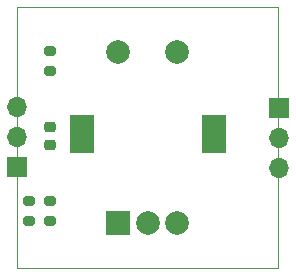
<source format=gbr>
G04 #@! TF.GenerationSoftware,KiCad,Pcbnew,(5.99.0-11522-g728b160719)*
G04 #@! TF.CreationDate,2021-07-25T18:34:51+10:00*
G04 #@! TF.ProjectId,Rotary Encoder,526f7461-7279-4204-956e-636f6465722e,rev?*
G04 #@! TF.SameCoordinates,Original*
G04 #@! TF.FileFunction,Soldermask,Top*
G04 #@! TF.FilePolarity,Negative*
%FSLAX46Y46*%
G04 Gerber Fmt 4.6, Leading zero omitted, Abs format (unit mm)*
G04 Created by KiCad (PCBNEW (5.99.0-11522-g728b160719)) date 2021-07-25 18:34:51*
%MOMM*%
%LPD*%
G01*
G04 APERTURE LIST*
G04 Aperture macros list*
%AMRoundRect*
0 Rectangle with rounded corners*
0 $1 Rounding radius*
0 $2 $3 $4 $5 $6 $7 $8 $9 X,Y pos of 4 corners*
0 Add a 4 corners polygon primitive as box body*
4,1,4,$2,$3,$4,$5,$6,$7,$8,$9,$2,$3,0*
0 Add four circle primitives for the rounded corners*
1,1,$1+$1,$2,$3*
1,1,$1+$1,$4,$5*
1,1,$1+$1,$6,$7*
1,1,$1+$1,$8,$9*
0 Add four rect primitives between the rounded corners*
20,1,$1+$1,$2,$3,$4,$5,0*
20,1,$1+$1,$4,$5,$6,$7,0*
20,1,$1+$1,$6,$7,$8,$9,0*
20,1,$1+$1,$8,$9,$2,$3,0*%
G04 Aperture macros list end*
G04 #@! TA.AperFunction,Profile*
%ADD10C,0.100000*%
G04 #@! TD*
%ADD11R,2.000000X2.000000*%
%ADD12C,2.000000*%
%ADD13R,2.000000X3.200000*%
%ADD14R,1.700000X1.700000*%
%ADD15O,1.700000X1.700000*%
%ADD16RoundRect,0.200000X0.275000X-0.200000X0.275000X0.200000X-0.275000X0.200000X-0.275000X-0.200000X0*%
%ADD17RoundRect,0.200000X-0.275000X0.200000X-0.275000X-0.200000X0.275000X-0.200000X0.275000X0.200000X0*%
%ADD18RoundRect,0.225000X0.250000X-0.225000X0.250000X0.225000X-0.250000X0.225000X-0.250000X-0.225000X0*%
G04 APERTURE END LIST*
D10*
X155702000Y-112522000D02*
X133604000Y-112522000D01*
X133604000Y-112522000D02*
X133604000Y-90424000D01*
X133604000Y-90424000D02*
X155702000Y-90424000D01*
X155702000Y-90424000D02*
X155702000Y-112522000D01*
D11*
G04 #@! TO.C,SW1*
X142153000Y-108723000D03*
D12*
X147153000Y-108723000D03*
X144653000Y-108723000D03*
D13*
X139053000Y-101223000D03*
X150253000Y-101223000D03*
D12*
X147153000Y-94223000D03*
X142153000Y-94223000D03*
G04 #@! TD*
D14*
G04 #@! TO.C,J1*
X133579000Y-103998000D03*
D15*
X133579000Y-101458000D03*
X133579000Y-98918000D03*
G04 #@! TD*
D16*
G04 #@! TO.C,R2*
X136398000Y-108521000D03*
X136398000Y-106871000D03*
G04 #@! TD*
D17*
G04 #@! TO.C,R3*
X136398000Y-94171000D03*
X136398000Y-95821000D03*
G04 #@! TD*
D16*
G04 #@! TO.C,R1*
X134620000Y-108521000D03*
X134620000Y-106871000D03*
G04 #@! TD*
D18*
G04 #@! TO.C,C1*
X136398000Y-102121000D03*
X136398000Y-100571000D03*
G04 #@! TD*
D14*
G04 #@! TO.C,J2*
X155727000Y-98948000D03*
D15*
X155727000Y-101488000D03*
X155727000Y-104028000D03*
G04 #@! TD*
M02*

</source>
